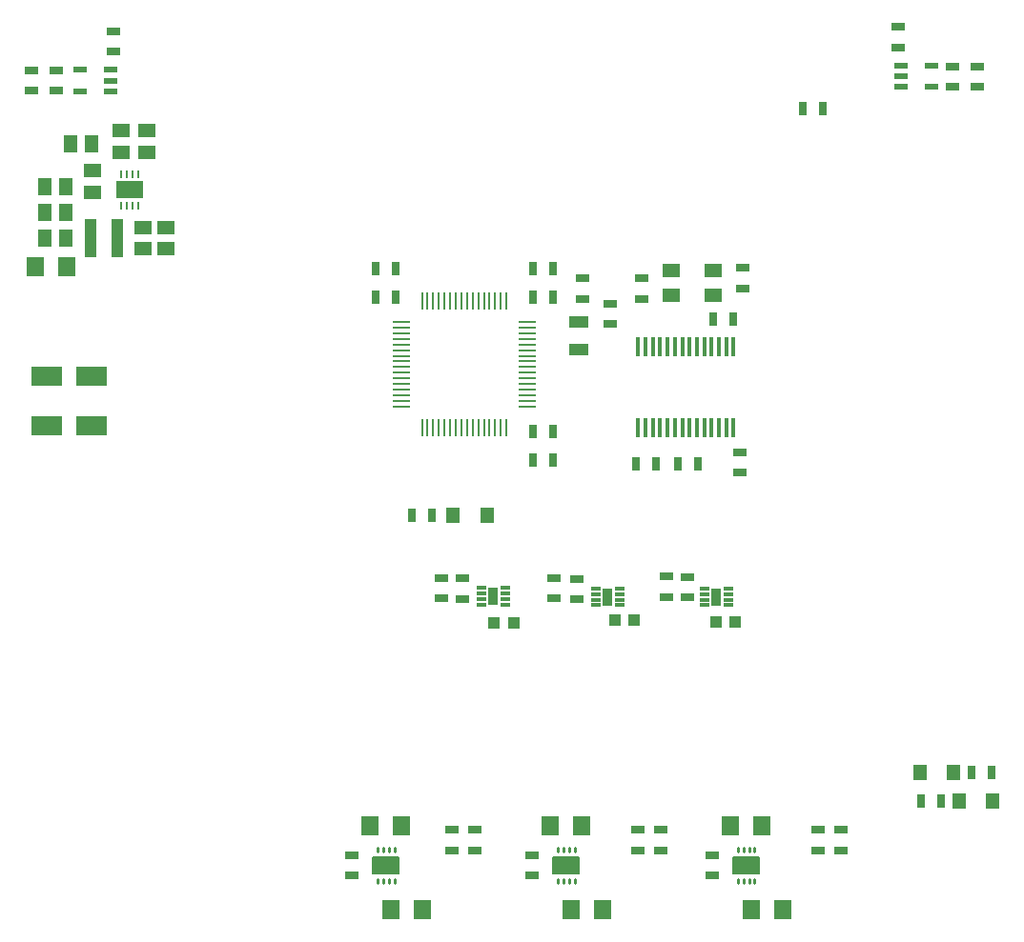
<source format=gtp>
G75*
%MOIN*%
%OFA0B0*%
%FSLAX25Y25*%
%IPPOS*%
%LPD*%
%AMOC8*
5,1,8,0,0,1.08239X$1,22.5*
%
%ADD10R,0.03937X0.04331*%
%ADD11R,0.03268X0.01181*%
%ADD12R,0.03543X0.06299*%
%ADD13R,0.04724X0.03150*%
%ADD14R,0.00984X0.06102*%
%ADD15R,0.06102X0.00984*%
%ADD16R,0.01575X0.06890*%
%ADD17R,0.07087X0.03937*%
%ADD18R,0.03150X0.04724*%
%ADD19R,0.06299X0.04921*%
%ADD20R,0.03937X0.00984*%
%ADD21R,0.00984X0.03937*%
%ADD22R,0.04724X0.02362*%
%ADD23R,0.04724X0.05512*%
%ADD24R,0.09370X0.06496*%
%ADD25R,0.00984X0.02756*%
%ADD26R,0.05906X0.05118*%
%ADD27R,0.03858X0.13386*%
%ADD28R,0.05118X0.05906*%
%ADD29R,0.06299X0.07087*%
%ADD30C,0.00945*%
%ADD31C,0.00504*%
%ADD32R,0.10630X0.07087*%
D10*
X0213050Y0114988D03*
X0219743Y0114988D03*
X0255320Y0115759D03*
X0262013Y0115759D03*
X0290667Y0115205D03*
X0297360Y0115205D03*
D11*
X0294901Y0121047D03*
X0294901Y0123016D03*
X0294901Y0124984D03*
X0294901Y0126953D03*
X0286515Y0126953D03*
X0286515Y0124984D03*
X0286515Y0123016D03*
X0286515Y0121047D03*
X0256901Y0121047D03*
X0256901Y0123016D03*
X0256901Y0124984D03*
X0256901Y0126953D03*
X0248515Y0126953D03*
X0248515Y0124984D03*
X0248515Y0123016D03*
X0248515Y0121047D03*
X0216801Y0121147D03*
X0216801Y0123116D03*
X0216801Y0125084D03*
X0216801Y0127053D03*
X0208415Y0127053D03*
X0208415Y0125084D03*
X0208415Y0123116D03*
X0208415Y0121147D03*
D12*
X0212608Y0124100D03*
X0252708Y0124000D03*
X0290708Y0124000D03*
D13*
X0163300Y0026578D03*
X0163300Y0033665D03*
X0198364Y0035353D03*
X0198364Y0042439D03*
X0206238Y0042439D03*
X0206238Y0035353D03*
X0226292Y0033665D03*
X0226292Y0026578D03*
X0263325Y0035353D03*
X0271199Y0035353D03*
X0271199Y0042439D03*
X0263325Y0042439D03*
X0289284Y0033665D03*
X0289284Y0026578D03*
X0326317Y0035353D03*
X0326317Y0042439D03*
X0334191Y0042439D03*
X0334191Y0035353D03*
X0280608Y0123857D03*
X0280608Y0130943D03*
X0273299Y0131065D03*
X0273299Y0123978D03*
X0241734Y0123046D03*
X0241734Y0130132D03*
X0233929Y0130465D03*
X0233929Y0123378D03*
X0201808Y0123357D03*
X0201808Y0130443D03*
X0194622Y0130465D03*
X0194622Y0123378D03*
X0298965Y0167487D03*
X0298965Y0174573D03*
X0253689Y0219494D03*
X0253689Y0226581D03*
X0243847Y0228353D03*
X0243847Y0235439D03*
X0264516Y0235439D03*
X0264516Y0228353D03*
X0299949Y0231955D03*
X0299949Y0239042D03*
X0373108Y0302607D03*
X0373108Y0309693D03*
X0381858Y0309693D03*
X0381858Y0302607D03*
X0354358Y0316357D03*
X0354358Y0323443D03*
X0079858Y0321943D03*
X0079858Y0314857D03*
X0059858Y0308193D03*
X0059858Y0301107D03*
X0051108Y0301107D03*
X0051108Y0308193D03*
D14*
X0187745Y0227447D03*
X0189713Y0227447D03*
X0191682Y0227447D03*
X0193650Y0227447D03*
X0195619Y0227447D03*
X0197587Y0227447D03*
X0199556Y0227447D03*
X0201524Y0227447D03*
X0203493Y0227447D03*
X0205461Y0227447D03*
X0207430Y0227447D03*
X0209398Y0227447D03*
X0211367Y0227447D03*
X0213335Y0227447D03*
X0215304Y0227447D03*
X0217272Y0227447D03*
X0217272Y0183353D03*
X0215304Y0183353D03*
X0213335Y0183353D03*
X0211367Y0183353D03*
X0209398Y0183353D03*
X0207430Y0183353D03*
X0205461Y0183353D03*
X0203493Y0183353D03*
X0201524Y0183353D03*
X0199556Y0183353D03*
X0197587Y0183353D03*
X0195619Y0183353D03*
X0193650Y0183353D03*
X0191682Y0183353D03*
X0189713Y0183353D03*
X0187745Y0183353D03*
D15*
X0180461Y0190636D03*
X0180461Y0192605D03*
X0180461Y0194573D03*
X0180461Y0196542D03*
X0180461Y0198510D03*
X0180461Y0200479D03*
X0180461Y0202447D03*
X0180461Y0204416D03*
X0180461Y0206384D03*
X0180461Y0208353D03*
X0180461Y0210321D03*
X0180461Y0212290D03*
X0180461Y0214258D03*
X0180461Y0216227D03*
X0180461Y0218195D03*
X0180461Y0220164D03*
X0224556Y0220164D03*
X0224556Y0218195D03*
X0224556Y0216227D03*
X0224556Y0214258D03*
X0224556Y0212290D03*
X0224556Y0210321D03*
X0224556Y0208353D03*
X0224556Y0206384D03*
X0224556Y0204416D03*
X0224556Y0202447D03*
X0224556Y0200479D03*
X0224556Y0198510D03*
X0224556Y0196542D03*
X0224556Y0194573D03*
X0224556Y0192605D03*
X0224556Y0190636D03*
D16*
X0263374Y0183353D03*
X0265933Y0183353D03*
X0268493Y0183353D03*
X0271052Y0183353D03*
X0273611Y0183353D03*
X0276170Y0183353D03*
X0278729Y0183353D03*
X0281288Y0183353D03*
X0283847Y0183353D03*
X0286406Y0183353D03*
X0288965Y0183353D03*
X0291524Y0183353D03*
X0294083Y0183353D03*
X0296642Y0183353D03*
X0296642Y0211699D03*
X0294083Y0211699D03*
X0291524Y0211699D03*
X0288965Y0211699D03*
X0286406Y0211699D03*
X0283847Y0211699D03*
X0281288Y0211699D03*
X0278729Y0211699D03*
X0276170Y0211699D03*
X0273611Y0211699D03*
X0271052Y0211699D03*
X0268493Y0211699D03*
X0265933Y0211699D03*
X0263374Y0211699D03*
D17*
X0242508Y0210479D03*
X0242508Y0220321D03*
D18*
X0233532Y0229022D03*
X0226445Y0229022D03*
X0226445Y0238865D03*
X0233532Y0238865D03*
X0178571Y0238865D03*
X0171485Y0238865D03*
X0171485Y0229022D03*
X0178571Y0229022D03*
X0226445Y0181778D03*
X0233532Y0181778D03*
X0233532Y0171935D03*
X0226445Y0171935D03*
X0262528Y0170459D03*
X0269615Y0170459D03*
X0277134Y0170459D03*
X0284221Y0170459D03*
X0289536Y0221050D03*
X0296622Y0221050D03*
X0320815Y0294900D03*
X0327902Y0294900D03*
X0191152Y0152400D03*
X0184065Y0152400D03*
X0362144Y0052676D03*
X0369230Y0052676D03*
X0379860Y0062518D03*
X0386947Y0062518D03*
D19*
X0289437Y0229534D03*
X0289437Y0238195D03*
X0274870Y0238195D03*
X0274870Y0229534D03*
D20*
X0298965Y0175282D03*
D21*
X0276819Y0170459D03*
X0225675Y0171931D03*
X0289221Y0221050D03*
X0225753Y0238795D03*
X0179034Y0238995D03*
D22*
X0078923Y0300910D03*
X0078923Y0304650D03*
X0078923Y0308390D03*
X0068293Y0308390D03*
X0068293Y0300910D03*
X0355293Y0302410D03*
X0355293Y0306150D03*
X0355293Y0309890D03*
X0365923Y0309890D03*
X0365923Y0302410D03*
D23*
X0210514Y0152400D03*
X0198703Y0152400D03*
X0361750Y0062518D03*
X0373561Y0062518D03*
X0375530Y0052676D03*
X0387341Y0052676D03*
D24*
X0085608Y0266400D03*
D25*
X0084624Y0260888D03*
X0082656Y0260888D03*
X0086593Y0260888D03*
X0088561Y0260888D03*
X0088561Y0271912D03*
X0086593Y0271912D03*
X0084624Y0271912D03*
X0082656Y0271912D03*
D26*
X0082608Y0279660D03*
X0082608Y0287140D03*
X0091608Y0287140D03*
X0091608Y0279660D03*
X0072608Y0273140D03*
X0072608Y0265660D03*
X0090096Y0253266D03*
X0090096Y0245786D03*
X0098364Y0245786D03*
X0098364Y0253266D03*
D27*
X0081274Y0249400D03*
X0071943Y0249400D03*
D28*
X0063348Y0249400D03*
X0055868Y0249400D03*
X0055868Y0258400D03*
X0063348Y0258400D03*
X0063348Y0267400D03*
X0055868Y0267400D03*
X0064868Y0282400D03*
X0072348Y0282400D03*
D29*
X0063620Y0239700D03*
X0052596Y0239700D03*
X0169599Y0043901D03*
X0180622Y0043901D03*
X0176736Y0014600D03*
X0187759Y0014600D03*
X0232591Y0043901D03*
X0243615Y0043901D03*
X0239728Y0014600D03*
X0250752Y0014600D03*
X0295583Y0043901D03*
X0306607Y0043901D03*
X0302720Y0014600D03*
X0313744Y0014600D03*
D30*
X0304048Y0023900D02*
X0304048Y0025318D01*
X0304048Y0025318D01*
X0304048Y0023900D01*
X0304048Y0023900D01*
X0304048Y0024844D02*
X0304048Y0024844D01*
X0302079Y0025318D02*
X0302079Y0023900D01*
X0302079Y0025318D02*
X0302079Y0025318D01*
X0302079Y0023900D01*
X0302079Y0023900D01*
X0302079Y0024844D02*
X0302079Y0024844D01*
X0300111Y0025318D02*
X0300111Y0023900D01*
X0300111Y0025318D02*
X0300111Y0025318D01*
X0300111Y0023900D01*
X0300111Y0023900D01*
X0300111Y0024844D02*
X0300111Y0024844D01*
X0298142Y0025318D02*
X0298142Y0023900D01*
X0298142Y0025318D02*
X0298142Y0025318D01*
X0298142Y0023900D01*
X0298142Y0023900D01*
X0298142Y0024844D02*
X0298142Y0024844D01*
X0298142Y0034924D02*
X0298142Y0036342D01*
X0298142Y0034924D02*
X0298142Y0034924D01*
X0298142Y0036342D01*
X0298142Y0036342D01*
X0298142Y0035868D02*
X0298142Y0035868D01*
X0300111Y0036342D02*
X0300111Y0034924D01*
X0300111Y0034924D01*
X0300111Y0036342D01*
X0300111Y0036342D01*
X0300111Y0035868D02*
X0300111Y0035868D01*
X0302079Y0036342D02*
X0302079Y0034924D01*
X0302079Y0034924D01*
X0302079Y0036342D01*
X0302079Y0036342D01*
X0302079Y0035868D02*
X0302079Y0035868D01*
X0304048Y0036342D02*
X0304048Y0034924D01*
X0304048Y0034924D01*
X0304048Y0036342D01*
X0304048Y0036342D01*
X0304048Y0035868D02*
X0304048Y0035868D01*
X0241056Y0036342D02*
X0241056Y0034924D01*
X0241056Y0034924D01*
X0241056Y0036342D01*
X0241056Y0036342D01*
X0241056Y0035868D02*
X0241056Y0035868D01*
X0239087Y0036342D02*
X0239087Y0034924D01*
X0239087Y0034924D01*
X0239087Y0036342D01*
X0239087Y0036342D01*
X0239087Y0035868D02*
X0239087Y0035868D01*
X0237119Y0036342D02*
X0237119Y0034924D01*
X0237119Y0034924D01*
X0237119Y0036342D01*
X0237119Y0036342D01*
X0237119Y0035868D02*
X0237119Y0035868D01*
X0235150Y0036342D02*
X0235150Y0034924D01*
X0235150Y0034924D01*
X0235150Y0036342D01*
X0235150Y0036342D01*
X0235150Y0035868D02*
X0235150Y0035868D01*
X0235150Y0025318D02*
X0235150Y0023900D01*
X0235150Y0025318D02*
X0235150Y0025318D01*
X0235150Y0023900D01*
X0235150Y0023900D01*
X0235150Y0024844D02*
X0235150Y0024844D01*
X0237119Y0025318D02*
X0237119Y0023900D01*
X0237119Y0025318D02*
X0237119Y0025318D01*
X0237119Y0023900D01*
X0237119Y0023900D01*
X0237119Y0024844D02*
X0237119Y0024844D01*
X0239087Y0025318D02*
X0239087Y0023900D01*
X0239087Y0025318D02*
X0239087Y0025318D01*
X0239087Y0023900D01*
X0239087Y0023900D01*
X0239087Y0024844D02*
X0239087Y0024844D01*
X0241056Y0025318D02*
X0241056Y0023900D01*
X0241056Y0025318D02*
X0241056Y0025318D01*
X0241056Y0023900D01*
X0241056Y0023900D01*
X0241056Y0024844D02*
X0241056Y0024844D01*
X0178063Y0025318D02*
X0178063Y0023900D01*
X0178063Y0025318D02*
X0178063Y0025318D01*
X0178063Y0023900D01*
X0178063Y0023900D01*
X0178063Y0024844D02*
X0178063Y0024844D01*
X0176095Y0025318D02*
X0176095Y0023900D01*
X0176095Y0025318D02*
X0176095Y0025318D01*
X0176095Y0023900D01*
X0176095Y0023900D01*
X0176095Y0024844D02*
X0176095Y0024844D01*
X0174126Y0025318D02*
X0174126Y0023900D01*
X0174126Y0025318D02*
X0174126Y0025318D01*
X0174126Y0023900D01*
X0174126Y0023900D01*
X0174126Y0024844D02*
X0174126Y0024844D01*
X0172158Y0025318D02*
X0172158Y0023900D01*
X0172158Y0025318D02*
X0172158Y0025318D01*
X0172158Y0023900D01*
X0172158Y0023900D01*
X0172158Y0024844D02*
X0172158Y0024844D01*
X0172158Y0034924D02*
X0172158Y0036342D01*
X0172158Y0034924D02*
X0172158Y0034924D01*
X0172158Y0036342D01*
X0172158Y0036342D01*
X0172158Y0035868D02*
X0172158Y0035868D01*
X0174126Y0036342D02*
X0174126Y0034924D01*
X0174126Y0034924D01*
X0174126Y0036342D01*
X0174126Y0036342D01*
X0174126Y0035868D02*
X0174126Y0035868D01*
X0176095Y0036342D02*
X0176095Y0034924D01*
X0176095Y0034924D01*
X0176095Y0036342D01*
X0176095Y0036342D01*
X0176095Y0035868D02*
X0176095Y0035868D01*
X0178063Y0036342D02*
X0178063Y0034924D01*
X0178063Y0034924D01*
X0178063Y0036342D01*
X0178063Y0036342D01*
X0178063Y0035868D02*
X0178063Y0035868D01*
D31*
X0179662Y0027224D02*
X0170560Y0027224D01*
X0170560Y0033018D01*
X0179662Y0033018D01*
X0179662Y0027224D01*
X0179662Y0027727D02*
X0170560Y0027727D01*
X0170560Y0028230D02*
X0179662Y0028230D01*
X0179662Y0028733D02*
X0170560Y0028733D01*
X0170560Y0029236D02*
X0179662Y0029236D01*
X0179662Y0029739D02*
X0170560Y0029739D01*
X0170560Y0030242D02*
X0179662Y0030242D01*
X0179662Y0030745D02*
X0170560Y0030745D01*
X0170560Y0031248D02*
X0179662Y0031248D01*
X0179662Y0031751D02*
X0170560Y0031751D01*
X0170560Y0032254D02*
X0179662Y0032254D01*
X0179662Y0032757D02*
X0170560Y0032757D01*
X0233552Y0027224D02*
X0242654Y0027224D01*
X0233552Y0027224D02*
X0233552Y0033018D01*
X0242654Y0033018D01*
X0242654Y0027224D01*
X0242654Y0027727D02*
X0233552Y0027727D01*
X0233552Y0028230D02*
X0242654Y0028230D01*
X0242654Y0028733D02*
X0233552Y0028733D01*
X0233552Y0029236D02*
X0242654Y0029236D01*
X0242654Y0029739D02*
X0233552Y0029739D01*
X0233552Y0030242D02*
X0242654Y0030242D01*
X0242654Y0030745D02*
X0233552Y0030745D01*
X0233552Y0031248D02*
X0242654Y0031248D01*
X0242654Y0031751D02*
X0233552Y0031751D01*
X0233552Y0032254D02*
X0242654Y0032254D01*
X0242654Y0032757D02*
X0233552Y0032757D01*
X0296544Y0027224D02*
X0305646Y0027224D01*
X0296544Y0027224D02*
X0296544Y0033018D01*
X0305646Y0033018D01*
X0305646Y0027224D01*
X0305646Y0027727D02*
X0296544Y0027727D01*
X0296544Y0028230D02*
X0305646Y0028230D01*
X0305646Y0028733D02*
X0296544Y0028733D01*
X0296544Y0029236D02*
X0305646Y0029236D01*
X0305646Y0029739D02*
X0296544Y0029739D01*
X0296544Y0030242D02*
X0305646Y0030242D01*
X0305646Y0030745D02*
X0296544Y0030745D01*
X0296544Y0031248D02*
X0305646Y0031248D01*
X0305646Y0031751D02*
X0296544Y0031751D01*
X0296544Y0032254D02*
X0305646Y0032254D01*
X0305646Y0032757D02*
X0296544Y0032757D01*
D32*
X0072380Y0183778D03*
X0056632Y0183778D03*
X0056632Y0201101D03*
X0072380Y0201101D03*
M02*

</source>
